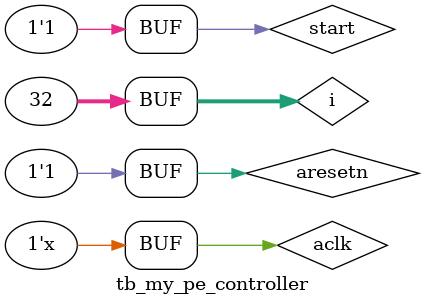
<source format=v>
`timescale 1ns / 1ps

module tb_my_pe_controller();
    reg aclk;
    reg aresetn;
    reg start;
    reg [31:0] rddata;
    wire [31:0] wrdata;
    wire [4:0] rdaddr;
    wire done;    

    reg [31:0] mem[0:31]; // 32 of 32 bit data
    
    integer i;
    
    initial begin
        aclk <= 1;
        start <= 0;
        aresetn <= 0;
        
        for(i=0; i<32; i=i+1) begin
            mem[i] = i % 2 == 0 ? 32'h40000000 : 32'h40800000;
//            mem[i] = i; // for S_LOAD debugging only
        end
        
        #10;
        aresetn <= 1;
        start <= 1; 
    end
    
    always @(posedge aclk)
        rddata <= mem[rdaddr];
    
    pe_controller MY_PE_CONT (
        .aclk(aclk),
        .aresetn(aresetn),
        .start(start),
        .rddata(rddata),
        .wrdata(wrdata),
        .rdaddr(rdaddr),
        .done(done)
    );
    
    always #5 aclk = ~aclk;
endmodule

</source>
